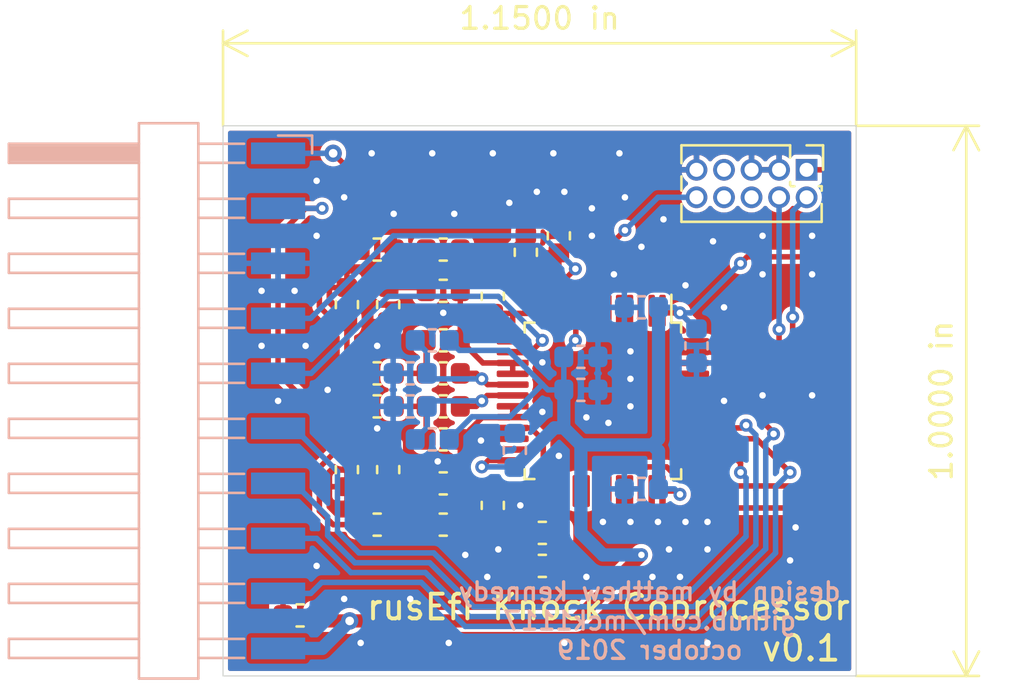
<source format=kicad_pcb>
(kicad_pcb (version 20171130) (host pcbnew "(5.1.4-0-10_14)")
  (layers (0 F.Cu signal) (31 B.Cu signal) (34 B.Paste user hide) (35 F.Paste user hide) (36 B.SilkS user) (37 F.SilkS user) (38 B.Mask user hide) (39 F.Mask user hide) (44 Edge.Cuts user))
  (net 0 "")
  (net 1 O1P)
  (net 2 GND)
  (net 3 O1N)
  (net 4 INPUT_CH1)
  (net 5 O2N)
  (net 6 O2P)
  (net 7 O3P)
  (net 8 O3N)
  (net 9 O4N)
  (net 10 O4P)
  (net 11 +3V3)
  (net 12 "Net-(C8-Pad1)")
  (net 13 "Net-(C10-Pad2)")
  (net 14 SWDIO)
  (net 15 SWDCLK)
  (net 16 NRST)
  (net 17 "Net-(C6-Pad1)")
  (net 18 CS)
  (net 19 SCK)
  (net 20 MISO)
  (net 21 MOSI)
  (net 22 KNOCK_WINDOW)
  (net 23 "Net-(J5-Pad8)")
  (net 24 "Net-(J5-Pad7)")
  (net 25 "Net-(J5-Pad6)")
  (net 26 "Net-(U1-Pad46)")
  (net 27 "Net-(U1-Pad45)")
  (net 28 "Net-(U1-Pad44)")
  (net 29 "Net-(U1-Pad43)")
  (net 30 "Net-(U1-Pad42)")
  (net 31 "Net-(U1-Pad33)")
  (net 32 "Net-(U1-Pad32)")
  (net 33 "Net-(U1-Pad30)")
  (net 34 "Net-(U1-Pad6)")
  (net 35 CLKIN)
  (net 36 "Net-(U1-Pad4)")
  (net 37 "Net-(U1-Pad3)")
  (net 38 "Net-(U1-Pad2)")
  (net 39 "Net-(C101-Pad1)")
  (net 40 "Net-(C102-Pad1)")
  (net 41 "Net-(C104-Pad2)")
  (net 42 "Net-(U1-Pad31)")
  (net 43 "Net-(U1-Pad29)")
  (net 44 "Net-(U1-Pad28)")
  (net 45 INPUT_CH2)
  (net 46 "Net-(U1-Pad27)")
  (net 47 "Net-(U1-Pad22)")
  (net 48 GPIO)
  (module via:via-0.6mm (layer F.Cu) (at 37.846 40.894)
    (fp_text reference REF** hide)
    (fp_text value via-0.6mm hide)
    (pad 1 thru_hole circle (at 0 0) (size 0.8 0.8) (drill 0.3) (layers *.Cu) (net 2 GND))
  )
  (module via:via-0.6mm (layer F.Cu) (at 38.1 34.036)
    (fp_text reference REF** hide)
    (fp_text value via-0.6mm hide)
    (pad 1 thru_hole circle (at 0 0) (size 0.8 0.8) (drill 0.3) (layers *.Cu) (net 2 GND))
  )
  (module via:via-0.6mm (layer F.Cu) (at 30.48 38.1)
    (fp_text reference REF** hide)
    (fp_text value via-0.6mm hide)
    (pad 1 thru_hole circle (at 0 0) (size 0.8 0.8) (drill 0.3) (layers *.Cu) (net 2 GND))
  )
  (module via:via-0.6mm (layer F.Cu) (at 29.718 35.56)
    (fp_text reference REF** hide)
    (fp_text value via-0.6mm hide)
    (pad 1 thru_hole circle (at 0 0) (size 0.8 0.8) (drill 0.3) (layers *.Cu) (net 2 GND))
  )
  (module via:via-0.6mm (layer F.Cu) (at 29.718 33.02)
    (fp_text reference REF** hide)
    (fp_text value via-0.6mm hide)
    (pad 1 thru_hole circle (at 0 0) (size 0.8 0.8) (drill 0.3) (layers *.Cu) (net 2 GND))
  )
  (module via:via-0.6mm (layer F.Cu) (at 31.242 33.02)
    (fp_text reference REF** hide)
    (fp_text value via-0.6mm hide)
    (pad 1 thru_hole circle (at 0 0) (size 0.8 0.8) (drill 0.3) (layers *.Cu) (net 2 GND))
  )
  (module via:via-0.6mm (layer F.Cu) (at 32.258 30.48)
    (fp_text reference REF** hide)
    (fp_text value via-0.6mm hide)
    (pad 1 thru_hole circle (at 0 0) (size 0.8 0.8) (drill 0.3) (layers *.Cu) (net 2 GND))
  )
  (module via:via-0.6mm (layer F.Cu) (at 38.608 29.464)
    (fp_text reference REF** hide)
    (fp_text value via-0.6mm hide)
    (pad 1 thru_hole circle (at 0 0) (size 0.8 0.8) (drill 0.3) (layers *.Cu) (net 2 GND))
  )
  (module via:via-0.6mm (layer F.Cu) (at 35.814 29.464)
    (fp_text reference REF** hide)
    (fp_text value via-0.6mm hide)
    (pad 1 thru_hole circle (at 0 0) (size 0.8 0.8) (drill 0.3) (layers *.Cu) (net 2 GND))
  )
  (module via:via-0.6mm (layer F.Cu) (at 35.052 39.37)
    (fp_text reference REF** hide)
    (fp_text value via-0.6mm hide)
    (pad 1 thru_hole circle (at 0 0) (size 0.8 0.8) (drill 0.3) (layers *.Cu) (net 2 GND))
  )
  (module via:via-0.6mm (layer F.Cu) (at 35.052 35.56)
    (fp_text reference REF** hide)
    (fp_text value via-0.6mm hide)
    (pad 1 thru_hole circle (at 0 0) (size 0.8 0.8) (drill 0.3) (layers *.Cu) (net 2 GND))
  )
  (module via:via-0.6mm (layer F.Cu) (at 32.766 37.592)
    (fp_text reference REF** hide)
    (fp_text value via-0.6mm hide)
    (pad 1 thru_hole circle (at 0 0) (size 0.8 0.8) (drill 0.3) (layers *.Cu) (net 2 GND))
  )
  (module via:via-0.6mm (layer F.Cu) (at 50.546 30.734)
    (fp_text reference REF** hide)
    (fp_text value via-0.6mm hide)
    (pad 1 thru_hole circle (at 0 0) (size 0.8 0.8) (drill 0.3) (layers *.Cu) (net 2 GND))
  )
  (module via:via-0.6mm (layer F.Cu) (at 46.228 26.67)
    (fp_text reference REF** hide)
    (fp_text value via-0.6mm hide)
    (pad 1 thru_hole circle (at 0 0) (size 0.8 0.8) (drill 0.3) (layers *.Cu) (net 2 GND))
  )
  (module via:via-0.6mm (layer F.Cu) (at 43.18 26.67)
    (fp_text reference REF** hide)
    (fp_text value via-0.6mm hide)
    (pad 1 thru_hole circle (at 0 0) (size 0.8 0.8) (drill 0.3) (layers *.Cu) (net 2 GND))
  )
  (module via:via-0.6mm (layer F.Cu) (at 40.386 26.67)
    (fp_text reference REF** hide)
    (fp_text value via-0.6mm hide)
    (pad 1 thru_hole circle (at 0 0) (size 0.8 0.8) (drill 0.3) (layers *.Cu) (net 2 GND))
  )
  (module via:via-0.6mm (layer F.Cu) (at 37.592 26.67)
    (fp_text reference REF** hide)
    (fp_text value via-0.6mm hide)
    (pad 1 thru_hole circle (at 0 0) (size 0.8 0.8) (drill 0.3) (layers *.Cu) (net 2 GND))
  )
  (module via:via-0.6mm (layer F.Cu) (at 34.798 26.67)
    (fp_text reference REF** hide)
    (fp_text value via-0.6mm hide)
    (pad 1 thru_hole circle (at 0 0) (size 0.8 0.8) (drill 0.3) (layers *.Cu) (net 2 GND))
  )
  (module via:via-0.6mm (layer F.Cu) (at 43.688 49.276)
    (fp_text reference REF** hide)
    (fp_text value via-0.6mm hide)
    (pad 1 thru_hole circle (at 0 0) (size 0.8 0.8) (drill 0.3) (layers *.Cu) (net 2 GND))
  )
  (module via:via-0.6mm (layer F.Cu) (at 39.116 45.212)
    (fp_text reference REF** hide)
    (fp_text value via-0.6mm hide)
    (pad 1 thru_hole circle (at 0 0) (size 0.8 0.8) (drill 0.3) (layers *.Cu) (net 2 GND))
  )
  (module via:via-0.6mm (layer F.Cu) (at 40.64 44.958)
    (fp_text reference REF** hide)
    (fp_text value via-0.6mm hide)
    (pad 1 thru_hole circle (at 0 0) (size 0.8 0.8) (drill 0.3) (layers *.Cu) (net 2 GND))
  )
  (module via:via-0.6mm (layer F.Cu) (at 40.132 46.228)
    (fp_text reference REF** hide)
    (fp_text value via-0.6mm hide)
    (pad 1 thru_hole circle (at 0 0) (size 0.8 0.8) (drill 0.3) (layers *.Cu) (net 2 GND))
  )
  (module via:via-0.6mm (layer F.Cu) (at 48.514 44.958)
    (fp_text reference REF** hide)
    (fp_text value via-0.6mm hide)
    (pad 1 thru_hole circle (at 0 0) (size 0.8 0.8) (drill 0.3) (layers *.Cu) (net 2 GND))
  )
  (module via:via-0.6mm (layer F.Cu) (at 55.118 37.846)
    (fp_text reference REF** hide)
    (fp_text value via-0.6mm hide)
    (pad 1 thru_hole circle (at 0 0) (size 0.8 0.8) (drill 0.3) (layers *.Cu) (net 2 GND))
  )
  (module via:via-0.6mm (layer F.Cu) (at 47.244 30.988)
    (fp_text reference REF** hide)
    (fp_text value via-0.6mm hide)
    (pad 1 thru_hole circle (at 0 0) (size 0.8 0.8) (drill 0.3) (layers *.Cu) (net 2 GND))
  )
  (module via:via-0.6mm (layer F.Cu) (at 46.482 28.702)
    (fp_text reference REF** hide)
    (fp_text value via-0.6mm hide)
    (pad 1 thru_hole circle (at 0 0) (size 0.8 0.8) (drill 0.3) (layers *.Cu) (net 2 GND))
  )
  (module via:via-0.6mm (layer F.Cu) (at 48.26 29.718)
    (fp_text reference REF** hide)
    (fp_text value via-0.6mm hide)
    (pad 1 thru_hole circle (at 0 0) (size 0.8 0.8) (drill 0.3) (layers *.Cu) (net 2 GND))
  )
  (module via:via-0.6mm (layer F.Cu) (at 52.832 30.48)
    (fp_text reference REF** hide)
    (fp_text value via-0.6mm hide)
    (pad 1 thru_hole circle (at 0 0) (size 0.8 0.8) (drill 0.3) (layers *.Cu) (net 2 GND))
  )
  (module via:via-0.6mm (layer F.Cu) (at 52.832 32.258)
    (fp_text reference REF** hide)
    (fp_text value via-0.6mm hide)
    (pad 1 thru_hole circle (at 0 0) (size 0.8 0.8) (drill 0.3) (layers *.Cu) (net 2 GND))
  )
  (module via:via-0.6mm (layer F.Cu) (at 55.118 32.258)
    (fp_text reference REF** hide)
    (fp_text value via-0.6mm hide)
    (pad 1 thru_hole circle (at 0 0) (size 0.8 0.8) (drill 0.3) (layers *.Cu) (net 2 GND))
  )
  (module via:via-0.6mm (layer F.Cu) (at 55.118 30.48)
    (fp_text reference REF** hide)
    (fp_text value via-0.6mm hide)
    (pad 1 thru_hole circle (at 0 0) (size 0.8 0.8) (drill 0.3) (layers *.Cu) (net 2 GND))
  )
  (module via:via-0.6mm (layer F.Cu) (at 49.276 32.766)
    (fp_text reference REF** hide)
    (fp_text value via-0.6mm hide)
    (pad 1 thru_hole circle (at 0 0) (size 0.8 0.8) (drill 0.3) (layers *.Cu) (net 2 GND))
  )
  (module via:via-0.6mm (layer F.Cu) (at 51.054 33.782)
    (fp_text reference REF** hide)
    (fp_text value via-0.6mm hide)
    (pad 1 thru_hole circle (at 0 0) (size 0.8 0.8) (drill 0.3) (layers *.Cu) (net 2 GND))
  )
  (module via:via-0.6mm (layer F.Cu) (at 51.054 38.1)
    (fp_text reference REF** hide)
    (fp_text value via-0.6mm hide)
    (pad 1 thru_hole circle (at 0 0) (size 0.8 0.8) (drill 0.3) (layers *.Cu) (net 2 GND))
  )
  (module via:via-0.6mm (layer F.Cu) (at 52.832 37.846)
    (fp_text reference REF** hide)
    (fp_text value via-0.6mm hide)
    (pad 1 thru_hole circle (at 0 0) (size 0.8 0.8) (drill 0.3) (layers *.Cu) (net 2 GND))
  )
  (module via:via-0.6mm (layer F.Cu) (at 54.356 43.942)
    (fp_text reference REF** hide)
    (fp_text value via-0.6mm hide)
    (pad 1 thru_hole circle (at 0 0) (size 0.8 0.8) (drill 0.3) (layers *.Cu) (net 2 GND))
  )
  (module via:via-0.6mm (layer F.Cu) (at 54.102 45.466)
    (fp_text reference REF** hide)
    (fp_text value via-0.6mm hide)
    (pad 1 thru_hole circle (at 0 0) (size 0.8 0.8) (drill 0.3) (layers *.Cu) (net 2 GND))
  )
  (module via:via-0.6mm (layer F.Cu) (at 50.292 49.276)
    (fp_text reference REF** hide)
    (fp_text value via-0.6mm hide)
    (pad 1 thru_hole circle (at 0 0) (size 0.8 0.8) (drill 0.3) (layers *.Cu) (net 2 GND))
  )
  (module via:via-0.6mm (layer F.Cu) (at 38.354 49.276)
    (fp_text reference REF** hide)
    (fp_text value via-0.6mm hide)
    (pad 1 thru_hole circle (at 0 0) (size 0.8 0.8) (drill 0.3) (layers *.Cu) (net 2 GND))
  )
  (module via:via-0.6mm (layer F.Cu) (at 34.29 49.276)
    (fp_text reference REF** hide)
    (fp_text value via-0.6mm hide)
    (pad 1 thru_hole circle (at 0 0) (size 0.8 0.8) (drill 0.3) (layers *.Cu) (net 2 GND))
  )
  (module via:via-0.6mm (layer F.Cu) (at 36.576 47.244)
    (fp_text reference REF** hide)
    (fp_text value via-0.6mm hide)
    (pad 1 thru_hole circle (at 0 0) (size 0.8 0.8) (drill 0.3) (layers *.Cu) (net 2 GND))
  )
  (module via:via-0.6mm (layer F.Cu) (at 33.528 47.244)
    (fp_text reference REF** hide)
    (fp_text value via-0.6mm hide)
    (pad 1 thru_hole circle (at 0 0) (size 0.8 0.8) (drill 0.3) (layers *.Cu) (net 2 GND))
  )
  (module via:via-0.6mm (layer F.Cu) (at 32.258 45.72)
    (fp_text reference REF** hide)
    (fp_text value via-0.6mm hide)
    (pad 1 thru_hole circle (at 0 0) (size 0.8 0.8) (drill 0.3) (layers *.Cu) (net 2 GND))
  )
  (module via:via-0.6mm (layer F.Cu) (at 31.75 35.56)
    (fp_text reference REF** hide)
    (fp_text value via-0.6mm hide)
    (pad 1 thru_hole circle (at 0 0) (size 0.8 0.8) (drill 0.3) (layers *.Cu) (net 2 GND))
  )
  (module via:via-0.6mm (layer F.Cu) (at 32.258 27.94)
    (fp_text reference REF** hide)
    (fp_text value via-0.6mm hide)
    (pad 1 thru_hole circle (at 0 0) (size 0.8 0.8) (drill 0.3) (layers *.Cu) (net 2 GND))
  )
  (module via:via-0.6mm (layer F.Cu) (at 33.528 28.702)
    (fp_text reference REF** hide)
    (fp_text value via-0.6mm hide)
    (pad 1 thru_hole circle (at 0 0) (size 0.8 0.8) (drill 0.3) (layers *.Cu) (net 2 GND))
  )
  (module via:via-0.6mm (layer F.Cu) (at 42.672 36.322)
    (fp_text reference REF** hide)
    (fp_text value via-0.6mm hide)
    (pad 1 thru_hole circle (at 0 0) (size 0.8 0.8) (drill 0.3) (layers *.Cu) (net 2 GND))
  )
  (module via:via-0.6mm (layer F.Cu) (at 42.672 38.608)
    (fp_text reference REF** hide)
    (fp_text value via-0.6mm hide)
    (pad 1 thru_hole circle (at 0 0) (size 0.8 0.8) (drill 0.3) (layers *.Cu) (net 2 GND))
  )
  (module via:via-0.6mm (layer F.Cu) (at 41.656 42.926)
    (fp_text reference REF** hide)
    (fp_text value via-0.6mm hide)
    (pad 1 thru_hole circle (at 0 0) (size 0.8 0.8) (drill 0.3) (layers *.Cu) (net 2 GND))
  )
  (module via:via-0.6mm (layer F.Cu) (at 44.704 46.228)
    (fp_text reference REF** hide)
    (fp_text value via-0.6mm hide)
    (pad 1 thru_hole circle (at 0 0) (size 0.8 0.8) (drill 0.3) (layers *.Cu) (net 2 GND))
  )
  (module via:via-0.6mm (layer F.Cu) (at 47.752 46.228)
    (fp_text reference REF** hide)
    (fp_text value via-0.6mm hide)
    (pad 1 thru_hole circle (at 0 0) (size 0.8 0.8) (drill 0.3) (layers *.Cu) (net 2 GND))
  )
  (module via:via-0.6mm (layer F.Cu) (at 49.022 46.228)
    (fp_text reference REF** hide)
    (fp_text value via-0.6mm hide)
    (pad 1 thru_hole circle (at 0 0) (size 0.8 0.8) (drill 0.3) (layers *.Cu) (net 2 GND))
  )
  (module via:via-0.6mm (layer F.Cu) (at 50.292 44.958)
    (fp_text reference REF** hide)
    (fp_text value via-0.6mm hide)
    (pad 1 thru_hole circle (at 0 0) (size 0.8 0.8) (drill 0.3) (layers *.Cu) (net 2 GND))
  )
  (module via:via-0.6mm (layer F.Cu) (at 50.292 43.688)
    (fp_text reference REF** hide)
    (fp_text value via-0.6mm hide)
    (pad 1 thru_hole circle (at 0 0) (size 0.8 0.8) (drill 0.3) (layers *.Cu) (net 2 GND))
  )
  (module via:via-0.6mm (layer F.Cu) (at 49.276 43.688)
    (fp_text reference REF** hide)
    (fp_text value via-0.6mm hide)
    (pad 1 thru_hole circle (at 0 0) (size 0.8 0.8) (drill 0.3) (layers *.Cu) (net 2 GND))
  )
  (module via:via-0.6mm (layer F.Cu) (at 48.006 43.688)
    (fp_text reference REF** hide)
    (fp_text value via-0.6mm hide)
    (pad 1 thru_hole circle (at 0 0) (size 0.8 0.8) (drill 0.3) (layers *.Cu) (net 2 GND))
  )
  (module via:via-0.6mm (layer F.Cu) (at 46.736 43.688)
    (fp_text reference REF** hide)
    (fp_text value via-0.6mm hide)
    (pad 1 thru_hole circle (at 0 0) (size 0.8 0.8) (drill 0.3) (layers *.Cu) (net 2 GND))
  )
  (module via:via-0.6mm (layer F.Cu) (at 45.466 43.688)
    (fp_text reference REF** hide)
    (fp_text value via-0.6mm hide)
    (pad 1 thru_hole circle (at 0 0) (size 0.8 0.8) (drill 0.3) (layers *.Cu) (net 2 GND))
  )
  (module via:via-0.6mm (layer F.Cu) (at 43.434 40.64)
    (fp_text reference REF** hide)
    (fp_text value via-0.6mm hide)
    (pad 1 thru_hole circle (at 0 0) (size 0.8 0.8) (drill 0.3) (layers *.Cu) (net 2 GND))
  )
  (module via:via-0.6mm (layer F.Cu) (at 44.704 38.862)
    (fp_text reference REF** hide)
    (fp_text value via-0.6mm hide)
    (pad 1 thru_hole circle (at 0 0) (size 0.8 0.8) (drill 0.3) (layers *.Cu) (net 2 GND))
  )
  (module via:via-0.6mm (layer F.Cu) (at 45.72 39.116)
    (fp_text reference REF** hide)
    (fp_text value via-0.6mm hide)
    (pad 1 thru_hole circle (at 0 0) (size 0.8 0.8) (drill 0.3) (layers *.Cu) (net 2 GND))
  )
  (module via:via-0.6mm (layer F.Cu) (at 46.736 38.354)
    (fp_text reference REF** hide)
    (fp_text value via-0.6mm hide)
    (pad 1 thru_hole circle (at 0 0) (size 0.8 0.8) (drill 0.3) (layers *.Cu) (net 2 GND))
  )
  (module via:via-0.6mm (layer F.Cu) (at 46.736 37.084)
    (fp_text reference REF** hide)
    (fp_text value via-0.6mm hide)
    (pad 1 thru_hole circle (at 0 0) (size 0.8 0.8) (drill 0.3) (layers *.Cu) (net 2 GND))
  )
  (module via:via-0.6mm (layer F.Cu) (at 46.736 35.814)
    (fp_text reference REF** hide)
    (fp_text value via-0.6mm hide)
    (pad 1 thru_hole circle (at 0 0) (size 0.8 0.8) (drill 0.3) (layers *.Cu) (net 2 GND))
  )
  (module via:via-0.6mm (layer F.Cu) (at 43.688 28.448)
    (fp_text reference REF** hide)
    (fp_text value via-0.6mm hide)
    (pad 1 thru_hole circle (at 0 0) (size 0.8 0.8) (drill 0.3) (layers *.Cu) (net 2 GND))
  )
  (module via:via-0.6mm (layer F.Cu) (at 44.958 29.21)
    (fp_text reference REF** hide)
    (fp_text value via-0.6mm hide)
    (pad 1 thru_hole circle (at 0 0) (size 0.8 0.8) (drill 0.3) (layers *.Cu) (net 2 GND))
  )
  (module via:via-0.6mm (layer F.Cu) (at 44.958 30.48)
    (fp_text reference REF** hide)
    (fp_text value via-0.6mm hide)
    (pad 1 thru_hole circle (at 0 0) (size 0.8 0.8) (drill 0.3) (layers *.Cu) (net 2 GND))
  )
  (module via:via-0.6mm (layer F.Cu) (at 45.974 32.258)
    (fp_text reference REF** hide)
    (fp_text value via-0.6mm hide)
    (pad 1 thru_hole circle (at 0 0) (size 0.8 0.8) (drill 0.3) (layers *.Cu) (net 2 GND))
  )
  (module via:via-0.6mm (layer F.Cu) (at 42.418 28.448)
    (fp_text reference REF** hide)
    (fp_text value via-0.6mm hide)
    (pad 1 thru_hole circle (at 0 0) (size 0.8 0.8) (drill 0.3) (layers *.Cu) (net 2 GND))
  )
  (module via:via-0.6mm (layer F.Cu) (at 41.148 28.956)
    (fp_text reference REF** hide)
    (fp_text value via-0.6mm hide)
    (pad 1 thru_hole circle (at 0 0) (size 0.8 0.8) (drill 0.3) (layers *.Cu) (net 2 GND))
  )
  (module Capacitor_SMD:C_0603_1608Metric (layer F.Cu) (at 38.1 38.354 180)
    (fp_text reference C103 hide)
    (fp_text value 10n)
    (pad 2 smd roundrect (at 0.7875 0 180) (size 0.875 0.95) (layers F.Cu F.Paste F.Mask) (net 40 "Net-(C102-Pad1)"))
    (pad 1 smd roundrect (at -0.7875 0 180) (size 0.875 0.95) (layers F.Cu F.Paste F.Mask) (net 7 O3P))
  )
  (module Package_QFP:LQFP-48_7x7mm_P0.5mm (layer F.Cu) (at 45.466 38.1 270)
    (fp_text reference U1 hide)
    (fp_text value STM32F303CBTx)
    (pad 48 smd roundrect (at -2.75 -4.1625 270) (size 0.3 1.475) (layers F.Cu F.Paste F.Mask) (net 11 +3V3))
    (pad 47 smd roundrect (at -2.25 -4.1625 270) (size 0.3 1.475) (layers F.Cu F.Paste F.Mask) (net 2 GND))
    (pad 46 smd roundrect (at -1.75 -4.1625 270) (size 0.3 1.475) (layers F.Cu F.Paste F.Mask) (net 26 "Net-(U1-Pad46)"))
    (pad 45 smd roundrect (at -1.25 -4.1625 270) (size 0.3 1.475) (layers F.Cu F.Paste F.Mask) (net 27 "Net-(U1-Pad45)"))
    (pad 44 smd roundrect (at -0.75 -4.1625 270) (size 0.3 1.475) (layers F.Cu F.Paste F.Mask) (net 28 "Net-(U1-Pad44)"))
    (pad 43 smd roundrect (at -0.25 -4.1625 270) (size 0.3 1.475) (layers F.Cu F.Paste F.Mask) (net 29 "Net-(U1-Pad43)"))
    (pad 42 smd roundrect (at 0.25 -4.1625 270) (size 0.3 1.475) (layers F.Cu F.Paste F.Mask) (net 30 "Net-(U1-Pad42)"))
    (pad 41 smd roundrect (at 0.75 -4.1625 270) (size 0.3 1.475) (layers F.Cu F.Paste F.Mask) (net 21 MOSI))
    (pad 40 smd roundrect (at 1.25 -4.1625 270) (size 0.3 1.475) (layers F.Cu F.Paste F.Mask) (net 20 MISO))
    (pad 39 smd roundrect (at 1.75 -4.1625 270) (size 0.3 1.475) (layers F.Cu F.Paste F.Mask) (net 19 SCK))
    (pad 38 smd roundrect (at 2.25 -4.1625 270) (size 0.3 1.475) (layers F.Cu F.Paste F.Mask) (net 18 CS))
    (pad 37 smd roundrect (at 2.75 -4.1625 270) (size 0.3 1.475) (layers F.Cu F.Paste F.Mask) (net 15 SWDCLK))
    (pad 36 smd roundrect (at 4.1625 -2.75 270) (size 1.475 0.3) (layers F.Cu F.Paste F.Mask) (net 11 +3V3))
    (pad 35 smd roundrect (at 4.1625 -2.25 270) (size 1.475 0.3) (layers F.Cu F.Paste F.Mask) (net 2 GND))
    (pad 34 smd roundrect (at 4.1625 -1.75 270) (size 1.475 0.3) (layers F.Cu F.Paste F.Mask) (net 14 SWDIO))
    (pad 33 smd roundrect (at 4.1625 -1.25 270) (size 1.475 0.3) (layers F.Cu F.Paste F.Mask) (net 31 "Net-(U1-Pad33)"))
    (pad 32 smd roundrect (at 4.1625 -0.75 270) (size 1.475 0.3) (layers F.Cu F.Paste F.Mask) (net 32 "Net-(U1-Pad32)"))
    (pad 31 smd roundrect (at 4.1625 -0.25 270) (size 1.475 0.3) (layers F.Cu F.Paste F.Mask) (net 42 "Net-(U1-Pad31)"))
    (pad 30 smd roundrect (at 4.1625 0.25 270) (size 1.475 0.3) (layers F.Cu F.Paste F.Mask) (net 33 "Net-(U1-Pad30)"))
    (pad 29 smd roundrect (at 4.1625 0.75 270) (size 1.475 0.3) (layers F.Cu F.Paste F.Mask) (net 43 "Net-(U1-Pad29)"))
    (pad 28 smd roundrect (at 4.1625 1.25 270) (size 1.475 0.3) (layers F.Cu F.Paste F.Mask) (net 44 "Net-(U1-Pad28)"))
    (pad 27 smd roundrect (at 4.1625 1.75 270) (size 1.475 0.3) (layers F.Cu F.Paste F.Mask) (net 46 "Net-(U1-Pad27)"))
    (pad 26 smd roundrect (at 4.1625 2.25 270) (size 1.475 0.3) (layers F.Cu F.Paste F.Mask) (net 10 O4P))
    (pad 25 smd roundrect (at 4.1625 2.75 270) (size 1.475 0.3) (layers F.Cu F.Paste F.Mask) (net 9 O4N))
    (pad 24 smd roundrect (at 2.75 4.1625 270) (size 0.3 1.475) (layers F.Cu F.Paste F.Mask) (net 11 +3V3))
    (pad 23 smd roundrect (at 2.25 4.1625 270) (size 0.3 1.475) (layers F.Cu F.Paste F.Mask) (net 2 GND))
    (pad 22 smd roundrect (at 1.75 4.1625 270) (size 0.3 1.475) (layers F.Cu F.Paste F.Mask) (net 47 "Net-(U1-Pad22)"))
    (pad 21 smd roundrect (at 1.25 4.1625 270) (size 0.3 1.475) (layers F.Cu F.Paste F.Mask) (net 9 O4N))
    (pad 20 smd roundrect (at 0.75 4.1625 270) (size 0.3 1.475) (layers F.Cu F.Paste F.Mask) (net 8 O3N))
    (pad 19 smd roundrect (at 0.25 4.1625 270) (size 0.3 1.475) (layers F.Cu F.Paste F.Mask) (net 8 O3N))
    (pad 18 smd roundrect (at -0.25 4.1625 270) (size 0.3 1.475) (layers F.Cu F.Paste F.Mask) (net 7 O3P))
    (pad 17 smd roundrect (at -0.75 4.1625 270) (size 0.3 1.475) (layers F.Cu F.Paste F.Mask) (net 6 O2P))
    (pad 16 smd roundrect (at -1.25 4.1625 270) (size 0.3 1.475) (layers F.Cu F.Paste F.Mask) (net 5 O2N))
    (pad 15 smd roundrect (at -1.75 4.1625 270) (size 0.3 1.475) (layers F.Cu F.Paste F.Mask) (net 5 O2N))
    (pad 14 smd roundrect (at -2.25 4.1625 270) (size 0.3 1.475) (layers F.Cu F.Paste F.Mask) (net 22 KNOCK_WINDOW))
    (pad 13 smd roundrect (at -2.75 4.1625 270) (size 0.3 1.475) (layers F.Cu F.Paste F.Mask) (net 3 O1N))
    (pad 12 smd roundrect (at -4.1625 2.75 270) (size 1.475 0.3) (layers F.Cu F.Paste F.Mask) (net 3 O1N))
    (pad 11 smd roundrect (at -4.1625 2.25 270) (size 1.475 0.3) (layers F.Cu F.Paste F.Mask) (net 1 O1P))
    (pad 10 smd roundrect (at -4.1625 1.75 270) (size 1.475 0.3) (layers F.Cu F.Paste F.Mask) (net 48 GPIO))
    (pad 9 smd roundrect (at -4.1625 1.25 270) (size 1.475 0.3) (layers F.Cu F.Paste F.Mask) (net 11 +3V3))
    (pad 8 smd roundrect (at -4.1625 0.75 270) (size 1.475 0.3) (layers F.Cu F.Paste F.Mask) (net 2 GND))
    (pad 7 smd roundrect (at -4.1625 0.25 270) (size 1.475 0.3) (layers F.Cu F.Paste F.Mask) (net 16 NRST))
    (pad 6 smd roundrect (at -4.1625 -0.25 270) (size 1.475 0.3) (layers F.Cu F.Paste F.Mask) (net 34 "Net-(U1-Pad6)"))
    (pad 5 smd roundrect (at -4.1625 -0.75 270) (size 1.475 0.3) (layers F.Cu F.Paste F.Mask) (net 35 CLKIN))
    (pad 4 smd roundrect (at -4.1625 -1.25 270) (size 1.475 0.3) (layers F.Cu F.Paste F.Mask) (net 36 "Net-(U1-Pad4)"))
    (pad 3 smd roundrect (at -4.1625 -1.75 270) (size 1.475 0.3) (layers F.Cu F.Paste F.Mask) (net 37 "Net-(U1-Pad3)"))
    (pad 2 smd roundrect (at -4.1625 -2.25 270) (size 1.475 0.3) (layers F.Cu F.Paste F.Mask) (net 38 "Net-(U1-Pad2)"))
    (pad 1 smd roundrect (at -4.1625 -2.75 270) (size 1.475 0.3) (layers F.Cu F.Paste F.Mask) (net 11 +3V3))
  )
  (module Resistor_SMD:R_0603_1608Metric (layer B.Cu) (at 37.592 39.878)
    (fp_text reference R107 hide)
    (fp_text value 22k)
    (pad 2 smd roundrect (at 0.7875 0) (size 0.875 0.95) (layers B.Cu B.Paste B.Mask) (net 11 +3V3))
    (pad 1 smd roundrect (at -0.7875 0) (size 0.875 0.95) (layers B.Cu B.Paste B.Mask) (net 7 O3P))
  )
  (module Resistor_SMD:R_0603_1608Metric (layer B.Cu) (at 36.576 38.354 180)
    (fp_text reference R106 hide)
    (fp_text value 22k)
    (pad 2 smd roundrect (at 0.7875 0 180) (size 0.875 0.95) (layers B.Cu B.Paste B.Mask) (net 2 GND))
    (pad 1 smd roundrect (at -0.7875 0 180) (size 0.875 0.95) (layers B.Cu B.Paste B.Mask) (net 7 O3P))
  )
  (module Resistor_SMD:R_0603_1608Metric (layer F.Cu) (at 35.052 43.815)
    (fp_text reference R105 hide)
    (fp_text value 100k)
    (pad 2 smd roundrect (at 0.7875 0) (size 0.875 0.95) (layers F.Cu F.Paste F.Mask) (net 2 GND))
    (pad 1 smd roundrect (at -0.7875 0) (size 0.875 0.95) (layers F.Cu F.Paste F.Mask) (net 45 INPUT_CH2))
  )
  (module Resistor_SMD:R_0603_1608Metric (layer F.Cu) (at 42.672 44.196 180)
    (fp_text reference R104 hide)
    (fp_text value 2.2k)
    (pad 2 smd roundrect (at 0.7875 0 180) (size 0.875 0.95) (layers F.Cu F.Paste F.Mask) (net 39 "Net-(C101-Pad1)"))
    (pad 1 smd roundrect (at -0.7875 0 180) (size 0.875 0.95) (layers F.Cu F.Paste F.Mask) (net 10 O4P))
  )
  (module Resistor_SMD:R_0603_1608Metric (layer F.Cu) (at 38.1 43.815 180)
    (fp_text reference R103 hide)
    (fp_text value 2.2k)
    (pad 2 smd roundrect (at 0.7875 0 180) (size 0.875 0.95) (layers F.Cu F.Paste F.Mask) (net 41 "Net-(C104-Pad2)"))
    (pad 1 smd roundrect (at -0.7875 0 180) (size 0.875 0.95) (layers F.Cu F.Paste F.Mask) (net 39 "Net-(C101-Pad1)"))
  )
  (module Resistor_SMD:R_0603_1608Metric (layer F.Cu) (at 38.1 41.91)
    (fp_text reference R102 hide)
    (fp_text value 1k)
    (pad 2 smd roundrect (at 0.7875 0) (size 0.875 0.95) (layers F.Cu F.Paste F.Mask) (net 8 O3N))
    (pad 1 smd roundrect (at -0.7875 0) (size 0.875 0.95) (layers F.Cu F.Paste F.Mask) (net 41 "Net-(C104-Pad2)"))
  )
  (module Resistor_SMD:R_0603_1608Metric (layer F.Cu) (at 38.1 39.878 180)
    (fp_text reference R101 hide)
    (fp_text value 4.7k)
    (pad 2 smd roundrect (at 0.7875 0 180) (size 0.875 0.95) (layers F.Cu F.Paste F.Mask) (net 40 "Net-(C102-Pad1)"))
    (pad 1 smd roundrect (at -0.7875 0 180) (size 0.875 0.95) (layers F.Cu F.Paste F.Mask) (net 8 O3N))
  )
  (module Resistor_SMD:R_0603_1608Metric (layer B.Cu) (at 37.592 35.306)
    (fp_text reference R7 hide)
    (fp_text value 22k)
    (pad 2 smd roundrect (at 0.7875 0) (size 0.875 0.95) (layers B.Cu B.Paste B.Mask) (net 11 +3V3))
    (pad 1 smd roundrect (at -0.7875 0) (size 0.875 0.95) (layers B.Cu B.Paste B.Mask) (net 6 O2P))
  )
  (module Resistor_SMD:R_0603_1608Metric (layer B.Cu) (at 36.576 36.83 180)
    (fp_text reference R6 hide)
    (fp_text value 22k)
    (pad 2 smd roundrect (at 0.7875 0 180) (size 0.875 0.95) (layers B.Cu B.Paste B.Mask) (net 2 GND))
    (pad 1 smd roundrect (at -0.7875 0 180) (size 0.875 0.95) (layers B.Cu B.Paste B.Mask) (net 6 O2P))
  )
  (module Resistor_SMD:R_0603_1608Metric (layer F.Cu) (at 35.052 31.115)
    (fp_text reference R5 hide)
    (fp_text value 100k)
    (pad 2 smd roundrect (at 0.7875 0) (size 0.875 0.95) (layers F.Cu F.Paste F.Mask) (net 2 GND))
    (pad 1 smd roundrect (at -0.7875 0) (size 0.875 0.95) (layers F.Cu F.Paste F.Mask) (net 4 INPUT_CH1))
  )
  (module Resistor_SMD:R_0603_1608Metric (layer F.Cu) (at 41.91 31.242 90)
    (fp_text reference R4 hide)
    (fp_text value 2.2k)
    (pad 2 smd roundrect (at 0.7875 0 90) (size 0.875 0.95) (layers F.Cu F.Paste F.Mask) (net 17 "Net-(C6-Pad1)"))
    (pad 1 smd roundrect (at -0.7875 0 90) (size 0.875 0.95) (layers F.Cu F.Paste F.Mask) (net 1 O1P))
  )
  (module Resistor_SMD:R_0603_1608Metric (layer F.Cu) (at 38.1 31.115 180)
    (fp_text reference R3 hide)
    (fp_text value 2.2k)
    (pad 2 smd roundrect (at 0.7875 0 180) (size 0.875 0.95) (layers F.Cu F.Paste F.Mask) (net 13 "Net-(C10-Pad2)"))
    (pad 1 smd roundrect (at -0.7875 0 180) (size 0.875 0.95) (layers F.Cu F.Paste F.Mask) (net 17 "Net-(C6-Pad1)"))
  )
  (module Resistor_SMD:R_0603_1608Metric (layer F.Cu) (at 38.1 33.02)
    (fp_text reference R2 hide)
    (fp_text value 1k)
    (pad 2 smd roundrect (at 0.7875 0) (size 0.875 0.95) (layers F.Cu F.Paste F.Mask) (net 5 O2N))
    (pad 1 smd roundrect (at -0.7875 0) (size 0.875 0.95) (layers F.Cu F.Paste F.Mask) (net 13 "Net-(C10-Pad2)"))
  )
  (module Resistor_SMD:R_0603_1608Metric (layer F.Cu) (at 38.1 35.306 180)
    (fp_text reference R1 hide)
    (fp_text value 4.7k)
    (pad 2 smd roundrect (at 0.7875 0 180) (size 0.875 0.95) (layers F.Cu F.Paste F.Mask) (net 12 "Net-(C8-Pad1)"))
    (pad 1 smd roundrect (at -0.7875 0 180) (size 0.875 0.95) (layers F.Cu F.Paste F.Mask) (net 5 O2N))
  )
  (module Connector_Harwin:Harwin_M20-89010xx_1x10_P2.54mm_Horizontal (layer B.Cu) (at 24.955 38.1 180)
    (fp_text reference J103 hide)
    (fp_text value Conn_01x10)
    (pad 1 smd rect (at -5.525 11.43 180) (size 2.5 1) (layers B.Cu B.Paste B.Mask) (net 4 INPUT_CH1))
    (pad 2 smd rect (at -5.525 8.89 180) (size 2.5 1) (layers B.Cu B.Paste B.Mask) (net 45 INPUT_CH2))
    (pad 3 smd rect (at -5.525 6.35 180) (size 2.5 1) (layers B.Cu B.Paste B.Mask) (net 2 GND))
    (pad 4 smd rect (at -5.525 3.81 180) (size 2.5 1) (layers B.Cu B.Paste B.Mask) (net 48 GPIO))
    (pad 5 smd rect (at -5.525 1.27 180) (size 2.5 1) (layers B.Cu B.Paste B.Mask) (net 22 KNOCK_WINDOW))
    (pad 6 smd rect (at -5.525 -1.27 180) (size 2.5 1) (layers B.Cu B.Paste B.Mask) (net 18 CS))
    (pad 7 smd rect (at -5.525 -3.81 180) (size 2.5 1) (layers B.Cu B.Paste B.Mask) (net 20 MISO))
    (pad 8 smd rect (at -5.525 -6.35 180) (size 2.5 1) (layers B.Cu B.Paste B.Mask) (net 21 MOSI))
    (pad 9 smd rect (at -5.525 -8.89 180) (size 2.5 1) (layers B.Cu B.Paste B.Mask) (net 19 SCK))
    (pad 10 smd rect (at -5.525 -11.43 180) (size 2.5 1) (layers B.Cu B.Paste B.Mask) (net 11 +3V3))
    (pad "" smd rect (at 3.895 11.43 180) (size 6 0.76) (layers B.SilkS))
  )
  (module Connector_PinHeader_1.27mm:PinHeader_2x05_P1.27mm_Vertical (layer F.Cu) (at 54.864 27.432 270)
    (fp_text reference J5 hide)
    (fp_text value Conn_02x05_Odd_Even)
    (pad 10 thru_hole oval (at 1.27 5.08 270) (size 1 1) (drill 0.65) (layers *.Cu *.Mask) (net 16 NRST))
    (pad 9 thru_hole oval (at 0 5.08 270) (size 1 1) (drill 0.65) (layers *.Cu *.Mask) (net 2 GND))
    (pad 8 thru_hole oval (at 1.27 3.81 270) (size 1 1) (drill 0.65) (layers *.Cu *.Mask) (net 23 "Net-(J5-Pad8)"))
    (pad 7 thru_hole oval (at 0 3.81 270) (size 1 1) (drill 0.65) (layers *.Cu *.Mask) (net 24 "Net-(J5-Pad7)"))
    (pad 6 thru_hole oval (at 1.27 2.54 270) (size 1 1) (drill 0.65) (layers *.Cu *.Mask) (net 25 "Net-(J5-Pad6)"))
    (pad 5 thru_hole oval (at 0 2.54 270) (size 1 1) (drill 0.65) (layers *.Cu *.Mask) (net 2 GND))
    (pad 4 thru_hole oval (at 1.27 1.27 270) (size 1 1) (drill 0.65) (layers *.Cu *.Mask) (net 15 SWDCLK))
    (pad 3 thru_hole oval (at 0 1.27 270) (size 1 1) (drill 0.65) (layers *.Cu *.Mask) (net 2 GND))
    (pad 2 thru_hole oval (at 1.27 0 270) (size 1 1) (drill 0.65) (layers *.Cu *.Mask) (net 14 SWDIO))
    (pad 1 thru_hole rect (at 0 0 270) (size 1 1) (drill 0.65) (layers *.Cu *.Mask) (net 11 +3V3))
  )
  (module Capacitor_SMD:C_0603_1608Metric (layer F.Cu) (at 33.655 41.275 270)
    (fp_text reference C106 hide)
    (fp_text value 4.7n)
    (pad 2 smd roundrect (at 0.7875 0 270) (size 0.875 0.95) (layers F.Cu F.Paste F.Mask) (net 2 GND))
    (pad 1 smd roundrect (at -0.7875 0 270) (size 0.875 0.95) (layers F.Cu F.Paste F.Mask) (net 45 INPUT_CH2))
  )
  (module Capacitor_SMD:C_0603_1608Metric (layer F.Cu) (at 42.672 45.72)
    (fp_text reference C105 hide)
    (fp_text value 680p)
    (pad 2 smd roundrect (at 0.7875 0) (size 0.875 0.95) (layers F.Cu F.Paste F.Mask) (net 10 O4P))
    (pad 1 smd roundrect (at -0.7875 0) (size 0.875 0.95) (layers F.Cu F.Paste F.Mask) (net 2 GND))
  )
  (module Capacitor_SMD:C_0603_1608Metric (layer F.Cu) (at 35.56 41.275 270)
    (fp_text reference C104 hide)
    (fp_text value 10n)
    (pad 2 smd roundrect (at 0.7875 0 270) (size 0.875 0.95) (layers F.Cu F.Paste F.Mask) (net 41 "Net-(C104-Pad2)"))
    (pad 1 smd roundrect (at -0.7875 0 270) (size 0.875 0.95) (layers F.Cu F.Paste F.Mask) (net 2 GND))
  )
  (module Capacitor_SMD:C_0603_1608Metric (layer F.Cu) (at 35.052 38.354 180)
    (fp_text reference C102 hide)
    (fp_text value 10n)
    (pad 2 smd roundrect (at 0.7875 0 180) (size 0.875 0.95) (layers F.Cu F.Paste F.Mask) (net 45 INPUT_CH2))
    (pad 1 smd roundrect (at -0.7875 0 180) (size 0.875 0.95) (layers F.Cu F.Paste F.Mask) (net 40 "Net-(C102-Pad1)"))
  )
  (module Capacitor_SMD:C_0603_1608Metric (layer F.Cu) (at 40.386 42.926 90)
    (fp_text reference C101 hide)
    (fp_text value 10n)
    (pad 2 smd roundrect (at 0.7875 0 90) (size 0.875 0.95) (layers F.Cu F.Paste F.Mask) (net 9 O4N))
    (pad 1 smd roundrect (at -0.7875 0 90) (size 0.875 0.95) (layers F.Cu F.Paste F.Mask) (net 39 "Net-(C101-Pad1)"))
  )
  (module Capacitor_SMD:C_0603_1608Metric (layer F.Cu) (at 31.496 48.006 180)
    (fp_text reference C17 hide)
    (fp_text value 4.7u)
    (pad 2 smd roundrect (at 0.7875 0 180) (size 0.875 0.95) (layers F.Cu F.Paste F.Mask) (net 2 GND))
    (pad 1 smd roundrect (at -0.7875 0 180) (size 0.875 0.95) (layers F.Cu F.Paste F.Mask) (net 11 +3V3))
  )
  (module Capacitor_SMD:C_0603_1608Metric (layer F.Cu) (at 33.655 33.655 90)
    (fp_text reference C12 hide)
    (fp_text value 4.7n)
    (pad 2 smd roundrect (at 0.7875 0 90) (size 0.875 0.95) (layers F.Cu F.Paste F.Mask) (net 2 GND))
    (pad 1 smd roundrect (at -0.7875 0 90) (size 0.875 0.95) (layers F.Cu F.Paste F.Mask) (net 4 INPUT_CH1))
  )
  (module Capacitor_SMD:C_0603_1608Metric (layer F.Cu) (at 43.434 30.48 270)
    (fp_text reference C11 hide)
    (fp_text value 680p)
    (pad 2 smd roundrect (at 0.7875 0 270) (size 0.875 0.95) (layers F.Cu F.Paste F.Mask) (net 1 O1P))
    (pad 1 smd roundrect (at -0.7875 0 270) (size 0.875 0.95) (layers F.Cu F.Paste F.Mask) (net 2 GND))
  )
  (module Capacitor_SMD:C_0603_1608Metric (layer F.Cu) (at 35.56 33.655 90)
    (fp_text reference C10 hide)
    (fp_text value 10n)
    (pad 2 smd roundrect (at 0.7875 0 90) (size 0.875 0.95) (layers F.Cu F.Paste F.Mask) (net 13 "Net-(C10-Pad2)"))
    (pad 1 smd roundrect (at -0.7875 0 90) (size 0.875 0.95) (layers F.Cu F.Paste F.Mask) (net 2 GND))
  )
  (module Capacitor_SMD:C_0603_1608Metric (layer F.Cu) (at 38.1 36.83 180)
    (fp_text reference C9 hide)
    (fp_text value 10n)
    (pad 2 smd roundrect (at 0.7875 0 180) (size 0.875 0.95) (layers F.Cu F.Paste F.Mask) (net 12 "Net-(C8-Pad1)"))
    (pad 1 smd roundrect (at -0.7875 0 180) (size 0.875 0.95) (layers F.Cu F.Paste F.Mask) (net 6 O2P))
  )
  (module Capacitor_SMD:C_0603_1608Metric (layer F.Cu) (at 35.052 36.83 180)
    (fp_text reference C8 hide)
    (fp_text value 10n)
    (pad 2 smd roundrect (at 0.7875 0 180) (size 0.875 0.95) (layers F.Cu F.Paste F.Mask) (net 4 INPUT_CH1))
    (pad 1 smd roundrect (at -0.7875 0 180) (size 0.875 0.95) (layers F.Cu F.Paste F.Mask) (net 12 "Net-(C8-Pad1)"))
  )
  (module Capacitor_SMD:C_0603_1608Metric (layer B.Cu) (at 44.45 37.592)
    (fp_text reference C7 hide)
    (fp_text value 1u)
    (pad 2 smd roundrect (at 0.7875 0) (size 0.875 0.95) (layers B.Cu B.Paste B.Mask) (net 2 GND))
    (pad 1 smd roundrect (at -0.7875 0) (size 0.875 0.95) (layers B.Cu B.Paste B.Mask) (net 11 +3V3))
  )
  (module Capacitor_SMD:C_0603_1608Metric (layer F.Cu) (at 40.386 33.274 270)
    (fp_text reference C6 hide)
    (fp_text value 10n)
    (pad 2 smd roundrect (at 0.7875 0 270) (size 0.875 0.95) (layers F.Cu F.Paste F.Mask) (net 3 O1N))
    (pad 1 smd roundrect (at -0.7875 0 270) (size 0.875 0.95) (layers F.Cu F.Paste F.Mask) (net 17 "Net-(C6-Pad1)"))
  )
  (module Capacitor_SMD:C_0603_1608Metric (layer B.Cu) (at 44.45 36.068)
    (fp_text reference C5 hide)
    (fp_text value 10n)
    (pad 2 smd roundrect (at 0.7875 0) (size 0.875 0.95) (layers B.Cu B.Paste B.Mask) (net 2 GND))
    (pad 1 smd roundrect (at -0.7875 0) (size 0.875 0.95) (layers B.Cu B.Paste B.Mask) (net 11 +3V3))
  )
  (module Capacitor_SMD:C_0603_1608Metric (layer B.Cu) (at 41.402 40.386 90)
    (fp_text reference C4 hide)
    (fp_text value 100n)
    (pad 2 smd roundrect (at 0.7875 0 90) (size 0.875 0.95) (layers B.Cu B.Paste B.Mask) (net 2 GND))
    (pad 1 smd roundrect (at -0.7875 0 90) (size 0.875 0.95) (layers B.Cu B.Paste B.Mask) (net 11 +3V3))
  )
  (module Capacitor_SMD:C_0603_1608Metric (layer B.Cu) (at 47.244 42.164 180)
    (fp_text reference C3 hide)
    (fp_text value 100n)
    (pad 2 smd roundrect (at 0.7875 0 180) (size 0.875 0.95) (layers B.Cu B.Paste B.Mask) (net 2 GND))
    (pad 1 smd roundrect (at -0.7875 0 180) (size 0.875 0.95) (layers B.Cu B.Paste B.Mask) (net 11 +3V3))
  )
  (module Capacitor_SMD:C_0603_1608Metric (layer B.Cu) (at 49.784 35.56 270)
    (fp_text reference C2 hide)
    (fp_text value 100n)
    (pad 2 smd roundrect (at 0.7875 0 270) (size 0.875 0.95) (layers B.Cu B.Paste B.Mask) (net 2 GND))
    (pad 1 smd roundrect (at -0.7875 0 270) (size 0.875 0.95) (layers B.Cu B.Paste B.Mask) (net 11 +3V3))
  )
  (module Capacitor_SMD:C_0603_1608Metric (layer B.Cu) (at 47.244 33.782 180)
    (fp_text reference C1 hide)
    (fp_text value 100n)
    (pad 2 smd roundrect (at 0.7875 0 180) (size 0.875 0.95) (layers B.Cu B.Paste B.Mask) (net 2 GND))
    (pad 1 smd roundrect (at -0.7875 0 180) (size 0.875 0.95) (layers B.Cu B.Paste B.Mask) (net 11 +3V3))
  )
  (gr_text "design by matthew kennedy\ngithub.com/mck1117\noctober 2019" (at 47.625 48.26) (layer B.SilkS) (effects (font (size 0.8382 0.8382) (thickness 0.1524)) (justify mirror)))
  (gr_text v0.1 (at 54.61 49.53) (layer F.SilkS) (effects (font (size 1.143 1.143) (thickness 0.1778))))
  (gr_text "rusEfi Knock Coprocessor" (at 45.72 47.625) (layer F.SilkS) (effects (font (size 1.143 1.143) (thickness 0.1778))))
  (dimension 25.4 (width 0.12) (layer F.SilkS) (gr_text "1.0000 in" (at 63.5 38.1 270) (layer F.SilkS) (effects (font (size 1 1) (thickness 0.15)))) (feature1 (pts (xy 57.15 50.8) (xy 62.816421 50.8))) (feature2 (pts (xy 57.15 25.4) (xy 62.816421 25.4))) (crossbar (pts (xy 62.23 25.4) (xy 62.23 50.8))) (arrow1a (pts (xy 62.23 50.8) (xy 61.643579 49.673496))) (arrow1b (pts (xy 62.23 50.8) (xy 62.816421 49.673496))) (arrow2a (pts (xy 62.23 25.4) (xy 61.643579 26.526504))) (arrow2b (pts (xy 62.23 25.4) (xy 62.816421 26.526504))))
  (dimension 29.21 (width 0.12) (layer F.SilkS) (gr_text "1.1500 in" (at 42.545 20.320001) (layer F.SilkS) (effects (font (size 1 1) (thickness 0.15)))) (feature1 (pts (xy 27.94 25.4) (xy 27.94 21.00358))) (feature2 (pts (xy 57.15 25.4) (xy 57.15 21.00358))) (crossbar (pts (xy 57.15 21.590001) (xy 27.94 21.590001))) (arrow1a (pts (xy 27.94 21.590001) (xy 29.066504 21.00358))) (arrow1b (pts (xy 27.94 21.590001) (xy 29.066504 22.176422))) (arrow2a (pts (xy 57.15 21.590001) (xy 56.023496 21.00358))) (arrow2b (pts (xy 57.15 21.590001) (xy 56.023496 22.176422))))
  (gr_line (start 27.94 50.8) (end 27.94 25.4) (layer Edge.Cuts) (width 0.05))
  (gr_line (start 57.15 50.8) (end 27.94 50.8) (layer Edge.Cuts) (width 0.05))
  (gr_line (start 57.15 25.4) (end 57.15 50.8) (layer Edge.Cuts) (width 0.05))
  (gr_line (start 27.94 25.4) (end 57.15 25.4) (layer Edge.Cuts) (width 0.05))
  (segment (start 42.672 31.2675) (end 41.91 32.0295) (width 0.254) (layer F.Cu) (net 1))
  (segment (start 43.434 31.2675) (end 42.672 31.2675) (width 0.254) (layer F.Cu) (net 1))
  (segment (start 43.216 32.023) (end 43.216 33.1) (width 0.254) (layer F.Cu) (net 1))
  (segment (start 43.434 31.805) (end 43.216 32.023) (width 0.254) (layer F.Cu) (net 1))
  (segment (start 43.216 33.1) (end 43.216 33.9375) (width 0.254) (layer F.Cu) (net 1))
  (segment (start 43.434 31.2675) (end 43.434 31.805) (width 0.254) (layer F.Cu) (net 1))
  (via (at 39.840487 39.931043) (size 0.6) (drill 0.3) (layers F.Cu B.Cu) (net 2))
  (segment (start 42.592 34.0615) (end 42.716 33.9375) (width 0.254) (layer F.Cu) (net 3))
  (segment (start 41.3035 34.1345) (end 41.3765 34.0615) (width 0.254) (layer F.Cu) (net 3))
  (segment (start 41.3035 35.35) (end 41.3035 34.1345) (width 0.254) (layer F.Cu) (net 3))
  (segment (start 41.3765 34.0615) (end 42.592 34.0615) (width 0.254) (layer F.Cu) (net 3))
  (segment (start 40.386 34.0615) (end 41.3765 34.0615) (width 0.254) (layer F.Cu) (net 3))
  (segment (start 33.02 31.115) (end 34.2645 31.115) (width 0.254) (layer F.Cu) (net 4))
  (segment (start 32.385 33.7475) (end 32.385 31.75) (width 0.254) (layer F.Cu) (net 4))
  (segment (start 33.08 34.4425) (end 32.385 33.7475) (width 0.254) (layer F.Cu) (net 4))
  (segment (start 32.385 31.75) (end 33.02 31.115) (width 0.254) (layer F.Cu) (net 4))
  (segment (start 33.655 34.4425) (end 33.08 34.4425) (width 0.254) (layer F.Cu) (net 4))
  (segment (start 33.655 36.2205) (end 33.655 34.4425) (width 0.254) (layer F.Cu) (net 4))
  (segment (start 34.2645 36.83) (end 33.655 36.2205) (width 0.254) (layer F.Cu) (net 4))
  (segment (start 34.2645 31.115) (end 34.2645 30.5055) (width 0.254) (layer F.Cu) (net 4))
  (segment (start 34.2645 30.5055) (end 34.925 29.845) (width 0.254) (layer F.Cu) (net 4))
  (via (at 33.02 26.67) (size 0.8) (drill 0.4) (layers F.Cu B.Cu) (net 4))
  (segment (start 34.925 28.575) (end 33.02 26.67) (width 0.254) (layer F.Cu) (net 4))
  (segment (start 34.925 29.845) (end 34.925 28.575) (width 0.254) (layer F.Cu) (net 4))
  (segment (start 33.02 26.67) (end 30.48 26.67) (width 0.254) (layer B.Cu) (net 4))
  (segment (start 41.3035 36.85) (end 41.3035 36.35) (width 0.254) (layer F.Cu) (net 5))
  (segment (start 39.9315 36.35) (end 38.8875 35.306) (width 0.254) (layer F.Cu) (net 5))
  (segment (start 41.3035 36.35) (end 39.9315 36.35) (width 0.254) (layer F.Cu) (net 5))
  (segment (start 38.8875 33.02) (end 38.8875 35.306) (width 0.254) (layer F.Cu) (net 5))
  (via (at 39.878 37.084) (size 0.6) (drill 0.3) (layers F.Cu B.Cu) (net 6))
  (segment (start 39.624 36.83) (end 39.878 37.084) (width 0.254) (layer F.Cu) (net 6))
  (segment (start 38.8875 36.83) (end 39.624 36.83) (width 0.254) (layer F.Cu) (net 6))
  (segment (start 40.144 37.35) (end 39.878 37.084) (width 0.254) (layer F.Cu) (net 6))
  (segment (start 41.3035 37.35) (end 40.144 37.35) (width 0.254) (layer F.Cu) (net 6))
  (segment (start 37.6175 37.084) (end 37.3635 36.83) (width 0.254) (layer B.Cu) (net 6))
  (segment (start 39.878 37.084) (end 37.6175 37.084) (width 0.254) (layer B.Cu) (net 6))
  (segment (start 37.3635 35.865) (end 36.8045 35.306) (width 0.254) (layer B.Cu) (net 6))
  (segment (start 37.3635 36.83) (end 37.3635 35.865) (width 0.254) (layer B.Cu) (net 6))
  (via (at 39.878 38.1) (size 0.6) (drill 0.3) (layers F.Cu B.Cu) (net 7))
  (segment (start 39.624 38.354) (end 39.878 38.1) (width 0.254) (layer F.Cu) (net 7))
  (segment (start 38.8875 38.354) (end 39.624 38.354) (width 0.254) (layer F.Cu) (net 7))
  (segment (start 37.6175 38.1) (end 37.3635 38.354) (width 0.254) (layer B.Cu) (net 7))
  (segment (start 39.878 38.1) (end 37.6175 38.1) (width 0.254) (layer B.Cu) (net 7))
  (segment (start 40.128 37.85) (end 39.878 38.1) (width 0.254) (layer F.Cu) (net 7))
  (segment (start 41.3035 37.85) (end 40.128 37.85) (width 0.254) (layer F.Cu) (net 7))
  (segment (start 37.3635 39.319) (end 36.8045 39.878) (width 0.254) (layer B.Cu) (net 7))
  (segment (start 37.3635 38.354) (end 37.3635 39.319) (width 0.254) (layer B.Cu) (net 7))
  (segment (start 41.3035 38.35) (end 41.3035 38.85) (width 0.254) (layer F.Cu) (net 8))
  (segment (start 39.349112 39.416388) (end 38.8875 39.878) (width 0.254) (layer F.Cu) (net 8))
  (segment (start 39.89251 38.87299) (end 39.349112 39.416388) (width 0.254) (layer F.Cu) (net 8))
  (segment (start 41.13701 38.87299) (end 39.89251 38.87299) (width 0.254) (layer F.Cu) (net 8))
  (segment (start 41.16 38.85) (end 41.13701 38.87299) (width 0.254) (layer F.Cu) (net 8))
  (segment (start 41.3035 38.85) (end 41.16 38.85) (width 0.254) (layer F.Cu) (net 8))
  (segment (start 38.8875 41.91) (end 38.8875 39.878) (width 0.254) (layer F.Cu) (net 8))
  (segment (start 42.141 39.35) (end 41.3035 39.35) (width 0.254) (layer F.Cu) (net 9))
  (segment (start 42.716 39.925) (end 42.141 39.35) (width 0.254) (layer F.Cu) (net 9))
  (segment (start 42.716 42.2625) (end 42.716 39.925) (width 0.254) (layer F.Cu) (net 9))
  (segment (start 40.51 42.2625) (end 40.386 42.1385) (width 0.254) (layer F.Cu) (net 9))
  (segment (start 42.716 42.2625) (end 40.51 42.2625) (width 0.254) (layer F.Cu) (net 9))
  (segment (start 43.216 43.9525) (end 43.216 42.2625) (width 0.254) (layer F.Cu) (net 10))
  (segment (start 43.4595 44.196) (end 43.216 43.9525) (width 0.254) (layer F.Cu) (net 10))
  (segment (start 43.4595 44.196) (end 43.4595 45.72) (width 0.254) (layer F.Cu) (net 10))
  (segment (start 32.512 49.53) (end 33.782 48.26) (width 0.6096) (layer B.Cu) (net 11))
  (via (at 33.782 48.26) (size 0.8) (drill 0.4) (layers F.Cu B.Cu) (net 11))
  (segment (start 30.48 49.53) (end 32.512 49.53) (width 0.6096) (layer B.Cu) (net 11))
  (segment (start 32.5375 48.26) (end 32.2835 48.006) (width 0.6096) (layer F.Cu) (net 11))
  (segment (start 33.782 48.26) (end 32.5375 48.26) (width 0.6096) (layer F.Cu) (net 11))
  (via (at 44.196 35.306) (size 0.6) (drill 0.3) (layers F.Cu B.Cu) (net 11))
  (segment (start 43.6625 35.8395) (end 44.196 35.306) (width 0.254) (layer B.Cu) (net 11))
  (segment (start 43.6625 36.068) (end 43.6625 35.8395) (width 0.254) (layer B.Cu) (net 11))
  (segment (start 44.216 35.286) (end 44.196 35.306) (width 0.254) (layer F.Cu) (net 11))
  (segment (start 44.216 33.9375) (end 44.216 35.286) (width 0.254) (layer F.Cu) (net 11))
  (segment (start 43.6625 37.338) (end 43.6625 36.068) (width 0.254) (layer B.Cu) (net 11))
  (segment (start 41.1225 40.894) (end 41.402 41.1735) (width 0.254) (layer B.Cu) (net 11))
  (via (at 49.022 42.418) (size 0.6) (drill 0.3) (layers F.Cu B.Cu) (net 11))
  (segment (start 48.768 42.164) (end 49.022 42.418) (width 0.254) (layer B.Cu) (net 11))
  (segment (start 48.0315 42.164) (end 48.768 42.164) (width 0.254) (layer B.Cu) (net 11))
  (segment (start 48.8665 42.2625) (end 49.022 42.418) (width 0.254) (layer F.Cu) (net 11))
  (segment (start 48.216 42.2625) (end 48.8665 42.2625) (width 0.254) (layer F.Cu) (net 11))
  (segment (start 48.768 33.782) (end 49.022 34.036) (width 0.254) (layer B.Cu) (net 11))
  (via (at 49.022 34.036) (size 0.6) (drill 0.3) (layers F.Cu B.Cu) (net 11))
  (segment (start 48.0315 33.782) (end 48.768 33.782) (width 0.254) (layer B.Cu) (net 11))
  (segment (start 48.3145 34.036) (end 48.216 33.9375) (width 0.254) (layer F.Cu) (net 11))
  (segment (start 49.022 34.036) (end 48.3145 34.036) (width 0.254) (layer F.Cu) (net 11))
  (segment (start 49.6285 34.6425) (end 49.022 34.036) (width 0.254) (layer F.Cu) (net 11))
  (segment (start 49.6285 35.35) (end 49.6285 34.6425) (width 0.254) (layer F.Cu) (net 11))
  (segment (start 49.7585 34.7725) (end 49.022 34.036) (width 0.254) (layer B.Cu) (net 11))
  (segment (start 49.784 34.7725) (end 49.7585 34.7725) (width 0.254) (layer B.Cu) (net 11))
  (via (at 51.816 31.75) (size 0.6) (drill 0.3) (layers F.Cu B.Cu) (net 11))
  (segment (start 49.53 34.036) (end 51.816 31.75) (width 0.254) (layer B.Cu) (net 11))
  (segment (start 49.022 34.036) (end 49.53 34.036) (width 0.254) (layer B.Cu) (net 11))
  (segment (start 52.115999 31.450001) (end 55.671999 31.450001) (width 0.254) (layer F.Cu) (net 11))
  (segment (start 51.816 31.75) (end 52.115999 31.450001) (width 0.254) (layer F.Cu) (net 11))
  (segment (start 55.618 27.432) (end 54.864 27.432) (width 0.254) (layer F.Cu) (net 11))
  (via (at 47.244 45.212) (size 0.6) (drill 0.3) (layers F.Cu B.Cu) (net 11))
  (segment (start 44.196 48.26) (end 47.244 45.212) (width 0.6096) (layer F.Cu) (net 11))
  (segment (start 33.782 48.26) (end 44.196 48.26) (width 0.6096) (layer F.Cu) (net 11))
  (segment (start 44.45 44.196) (end 44.45 40.132) (width 0.6096) (layer B.Cu) (net 11))
  (segment (start 44.45 40.132) (end 43.6625 39.3445) (width 0.6096) (layer B.Cu) (net 11))
  (segment (start 45.466 45.212) (end 44.45 44.196) (width 0.6096) (layer B.Cu) (net 11))
  (segment (start 47.244 45.212) (end 45.466 45.212) (width 0.6096) (layer B.Cu) (net 11))
  (segment (start 43.231 39.3445) (end 43.6625 39.3445) (width 0.6096) (layer B.Cu) (net 11))
  (segment (start 41.402 41.1735) (end 43.231 39.3445) (width 0.6096) (layer B.Cu) (net 11))
  (segment (start 48.0315 42.164) (end 48.0315 40.4115) (width 0.6096) (layer B.Cu) (net 11))
  (segment (start 48.0315 40.4115) (end 47.752 40.132) (width 0.6096) (layer B.Cu) (net 11))
  (segment (start 46.99 40.132) (end 44.45 40.132) (width 0.6096) (layer B.Cu) (net 11))
  (segment (start 47.752 40.132) (end 46.99 40.132) (width 0.6096) (layer B.Cu) (net 11))
  (segment (start 38.841112 35.767612) (end 41.101612 35.767612) (width 0.254) (layer B.Cu) (net 11))
  (segment (start 41.101612 35.767612) (end 42.672 37.338) (width 0.254) (layer B.Cu) (net 11))
  (segment (start 38.3795 35.306) (end 38.841112 35.767612) (width 0.254) (layer B.Cu) (net 11))
  (segment (start 41.17601 38.83399) (end 42.672 37.338) (width 0.254) (layer B.Cu) (net 11))
  (segment (start 39.42351 38.83399) (end 41.17601 38.83399) (width 0.254) (layer B.Cu) (net 11))
  (segment (start 38.3795 39.878) (end 39.42351 38.83399) (width 0.254) (layer B.Cu) (net 11))
  (segment (start 55.671999 31.450001) (end 55.88 31.242) (width 0.25) (layer F.Cu) (net 11))
  (segment (start 55.88 31.242) (end 55.88 27.686) (width 0.25) (layer F.Cu) (net 11))
  (segment (start 55.88 27.686) (end 55.626 27.432) (width 0.25) (layer F.Cu) (net 11))
  (segment (start 42.926 37.592) (end 43.6625 37.592) (width 0.25) (layer B.Cu) (net 11))
  (segment (start 42.672 37.338) (end 42.926 37.592) (width 0.25) (layer B.Cu) (net 11))
  (segment (start 43.6625 37.592) (end 43.6625 39.3445) (width 0.6096) (layer B.Cu) (net 11))
  (segment (start 48.0315 39.8525) (end 48.0315 33.782) (width 0.6096) (layer B.Cu) (net 11))
  (segment (start 47.752 40.132) (end 48.0315 39.8525) (width 0.6096) (layer B.Cu) (net 11))
  (via (at 39.878 41.148) (size 0.6) (drill 0.3) (layers F.Cu B.Cu) (net 11))
  (segment (start 40.176 40.85) (end 39.878 41.148) (width 0.254) (layer F.Cu) (net 11))
  (segment (start 41.3035 40.85) (end 40.176 40.85) (width 0.254) (layer F.Cu) (net 11))
  (segment (start 41.3765 41.148) (end 41.402 41.1735) (width 0.254) (layer B.Cu) (net 11))
  (segment (start 39.878 41.148) (end 41.3765 41.148) (width 0.254) (layer B.Cu) (net 11))
  (segment (start 35.8395 36.83) (end 37.3125 36.83) (width 0.254) (layer F.Cu) (net 12))
  (segment (start 37.3125 35.306) (end 37.3125 36.83) (width 0.254) (layer F.Cu) (net 12))
  (segment (start 37.16 32.8675) (end 37.3125 33.02) (width 0.254) (layer F.Cu) (net 13))
  (segment (start 35.56 32.8675) (end 37.16 32.8675) (width 0.254) (layer F.Cu) (net 13))
  (segment (start 37.3125 31.115) (end 37.3125 33.02) (width 0.254) (layer F.Cu) (net 13))
  (via (at 54.221 34.232313) (size 0.6) (drill 0.3) (layers F.Cu B.Cu) (net 14))
  (segment (start 54.221 29.345) (end 54.221 34.232313) (width 0.254) (layer B.Cu) (net 14))
  (segment (start 54.864 28.702) (end 54.221 29.345) (width 0.254) (layer B.Cu) (net 14))
  (segment (start 49.276 41.402) (end 48.661528 41.402) (width 0.254) (layer F.Cu) (net 14))
  (segment (start 47.216 41.425) (end 47.216 42.2625) (width 0.254) (layer F.Cu) (net 14))
  (segment (start 50.919001 43.045001) (end 49.276 41.402) (width 0.254) (layer F.Cu) (net 14))
  (segment (start 47.493 41.148) (end 47.216 41.425) (width 0.254) (layer F.Cu) (net 14))
  (segment (start 48.661528 41.402) (end 48.407528 41.148) (width 0.254) (layer F.Cu) (net 14))
  (segment (start 54.029028 43.045001) (end 50.919001 43.045001) (width 0.254) (layer F.Cu) (net 14))
  (segment (start 55.183011 41.891018) (end 54.029028 43.045001) (width 0.254) (layer F.Cu) (net 14))
  (segment (start 55.183011 39.181011) (end 55.183011 41.891018) (width 0.254) (layer F.Cu) (net 14))
  (segment (start 48.407528 41.148) (end 47.493 41.148) (width 0.254) (layer F.Cu) (net 14))
  (segment (start 54.221 38.219) (end 55.183011 39.181011) (width 0.254) (layer F.Cu) (net 14))
  (segment (start 54.221 34.232313) (end 54.221 38.219) (width 0.254) (layer F.Cu) (net 14))
  (segment (start 54.729001 41.702961) (end 54.729001 39.489001) (width 0.254) (layer F.Cu) (net 15))
  (segment (start 54.402961 42.029001) (end 54.729001 41.702961) (width 0.254) (layer F.Cu) (net 15))
  (segment (start 50.807501 42.029001) (end 54.402961 42.029001) (width 0.254) (layer F.Cu) (net 15))
  (segment (start 49.6285 40.85) (end 50.807501 42.029001) (width 0.254) (layer F.Cu) (net 15))
  (via (at 53.594 34.798) (size 0.6) (drill 0.3) (layers F.Cu B.Cu) (net 15))
  (segment (start 53.594 38.354) (end 53.594 34.798) (width 0.254) (layer F.Cu) (net 15))
  (segment (start 54.729001 39.489001) (end 53.594 38.354) (width 0.254) (layer F.Cu) (net 15))
  (segment (start 53.594 28.655962) (end 53.594 28.702) (width 0.254) (layer B.Cu) (net 15))
  (segment (start 53.594 34.798) (end 53.594 28.655962) (width 0.254) (layer B.Cu) (net 15))
  (segment (start 45.216 33.778) (end 45.23899 33.75501) (width 0.254) (layer F.Cu) (net 16))
  (segment (start 45.23899 33.75501) (end 45.23899 31.46901) (width 0.254) (layer F.Cu) (net 16))
  (segment (start 45.216 33.9375) (end 45.216 33.778) (width 0.254) (layer F.Cu) (net 16))
  (via (at 46.482 30.226) (size 0.6) (drill 0.3) (layers F.Cu B.Cu) (net 16))
  (segment (start 45.23899 31.46901) (end 46.482 30.226) (width 0.254) (layer F.Cu) (net 16))
  (segment (start 48.006 28.702) (end 49.784 28.702) (width 0.254) (layer B.Cu) (net 16))
  (segment (start 46.482 30.226) (end 48.006 28.702) (width 0.254) (layer B.Cu) (net 16))
  (segment (start 40.386 31.9785) (end 40.386 32.4865) (width 0.254) (layer F.Cu) (net 17))
  (segment (start 41.91 30.4545) (end 40.386 31.9785) (width 0.254) (layer F.Cu) (net 17))
  (segment (start 39.0145 31.115) (end 40.386 32.4865) (width 0.254) (layer F.Cu) (net 17))
  (segment (start 38.8875 31.115) (end 39.0145 31.115) (width 0.254) (layer F.Cu) (net 17))
  (segment (start 31.23 39.37) (end 33.22001 41.36001) (width 0.254) (layer B.Cu) (net 18))
  (segment (start 30.48 39.37) (end 31.23 39.37) (width 0.254) (layer B.Cu) (net 18))
  (segment (start 33.22001 41.36001) (end 33.22001 44.127878) (width 0.254) (layer B.Cu) (net 18))
  (segment (start 33.22001 44.127878) (end 34.212102 45.11997) (width 0.254) (layer B.Cu) (net 18))
  (segment (start 37.663111 45.11997) (end 37.929064 45.385923) (width 0.254) (layer B.Cu) (net 18))
  (segment (start 34.212102 45.11997) (end 37.663111 45.11997) (width 0.254) (layer B.Cu) (net 18))
  (segment (start 37.929064 45.385923) (end 39.69511 47.15197) (width 0.254) (layer B.Cu) (net 18))
  (segment (start 39.69511 47.15197) (end 49.276 47.15197) (width 0.254) (layer B.Cu) (net 18))
  (segment (start 49.276 47.15197) (end 52.07 44.35797) (width 0.254) (layer B.Cu) (net 18))
  (segment (start 52.07 44.35797) (end 52.07 41.656) (width 0.254) (layer B.Cu) (net 18))
  (via (at 51.816 41.402) (size 0.6) (drill 0.3) (layers F.Cu B.Cu) (net 18))
  (segment (start 52.07 41.656) (end 51.816 41.402) (width 0.254) (layer B.Cu) (net 18))
  (segment (start 50.466 40.35) (end 49.6285 40.35) (width 0.254) (layer F.Cu) (net 18))
  (segment (start 51.188264 40.35) (end 50.466 40.35) (width 0.254) (layer F.Cu) (net 18))
  (segment (start 51.816 40.977736) (end 51.188264 40.35) (width 0.254) (layer F.Cu) (net 18))
  (segment (start 51.816 41.402) (end 51.816 40.977736) (width 0.254) (layer F.Cu) (net 18))
  (via (at 54.102 41.402) (size 0.6) (drill 0.3) (layers F.Cu B.Cu) (net 19))
  (segment (start 52.55 39.85) (end 54.102 41.402) (width 0.254) (layer F.Cu) (net 19))
  (segment (start 49.6285 39.85) (end 52.55 39.85) (width 0.254) (layer F.Cu) (net 19))
  (segment (start 30.48 46.99) (end 31.984 46.99) (width 0.254) (layer B.Cu) (net 19))
  (segment (start 39.116 48.514) (end 50.038 48.514) (width 0.254) (layer B.Cu) (net 19))
  (segment (start 37.084 46.482) (end 39.116 48.514) (width 0.254) (layer B.Cu) (net 19))
  (segment (start 53.43203 45.119972) (end 53.43203 42.07197) (width 0.254) (layer B.Cu) (net 19))
  (segment (start 50.038 48.514) (end 53.43203 45.119972) (width 0.254) (layer B.Cu) (net 19))
  (segment (start 32.492 46.482) (end 37.084 46.482) (width 0.254) (layer B.Cu) (net 19))
  (segment (start 53.43203 42.07197) (end 54.102 41.402) (width 0.254) (layer B.Cu) (net 19))
  (segment (start 31.984 46.99) (end 32.492 46.482) (width 0.254) (layer B.Cu) (net 19))
  (segment (start 32.766 43.446) (end 32.766 44.315934) (width 0.254) (layer B.Cu) (net 20))
  (segment (start 31.23 41.91) (end 32.766 43.446) (width 0.254) (layer B.Cu) (net 20))
  (segment (start 30.48 41.91) (end 31.23 41.91) (width 0.254) (layer B.Cu) (net 20))
  (segment (start 34.024046 45.57398) (end 37.475054 45.57398) (width 0.254) (layer B.Cu) (net 20))
  (segment (start 32.766 44.315934) (end 34.024046 45.57398) (width 0.254) (layer B.Cu) (net 20))
  (segment (start 37.475054 45.57398) (end 39.507054 47.60598) (width 0.254) (layer B.Cu) (net 20))
  (segment (start 39.507054 47.60598) (end 49.661888 47.60598) (width 0.254) (layer B.Cu) (net 20))
  (segment (start 49.661888 47.60598) (end 50.030934 47.236934) (width 0.254) (layer B.Cu) (net 20))
  (segment (start 52.52401 44.743858) (end 52.52401 44.546027) (width 0.254) (layer B.Cu) (net 20))
  (segment (start 50.030934 47.236934) (end 52.52401 44.743858) (width 0.254) (layer B.Cu) (net 20))
  (segment (start 52.52401 44.546027) (end 52.52401 42.21799) (width 0.254) (layer B.Cu) (net 20))
  (via (at 52.07 39.223) (size 0.6) (drill 0.3) (layers F.Cu B.Cu) (net 20))
  (segment (start 52.52401 39.67701) (end 52.07 39.223) (width 0.254) (layer B.Cu) (net 20))
  (segment (start 52.52401 42.21799) (end 52.52401 39.67701) (width 0.254) (layer B.Cu) (net 20))
  (segment (start 51.943 39.35) (end 49.6285 39.35) (width 0.254) (layer F.Cu) (net 20))
  (segment (start 52.07 39.223) (end 51.943 39.35) (width 0.254) (layer F.Cu) (net 20))
  (segment (start 53.34 39.565038) (end 53.34 39.624) (width 0.254) (layer F.Cu) (net 21))
  (segment (start 52.370961 38.595999) (end 53.34 39.565038) (width 0.254) (layer F.Cu) (net 21))
  (segment (start 51.769039 38.595999) (end 52.370961 38.595999) (width 0.254) (layer F.Cu) (net 21))
  (via (at 53.34 39.624) (size 0.6) (drill 0.3) (layers F.Cu B.Cu) (net 21))
  (segment (start 51.515038 38.85) (end 51.769039 38.595999) (width 0.254) (layer F.Cu) (net 21))
  (segment (start 49.6285 38.85) (end 51.515038 38.85) (width 0.254) (layer F.Cu) (net 21))
  (segment (start 37.278033 46.02799) (end 33.83599 46.02799) (width 0.254) (layer B.Cu) (net 21))
  (segment (start 39.310033 48.05999) (end 37.278033 46.02799) (width 0.254) (layer B.Cu) (net 21))
  (segment (start 52.97802 44.931915) (end 49.849944 48.05999) (width 0.254) (layer B.Cu) (net 21))
  (segment (start 49.849944 48.05999) (end 39.310033 48.05999) (width 0.254) (layer B.Cu) (net 21))
  (segment (start 32.258 44.45) (end 30.48 44.45) (width 0.254) (layer B.Cu) (net 21))
  (segment (start 33.83599 46.02799) (end 32.258 44.45) (width 0.254) (layer B.Cu) (net 21))
  (segment (start 52.978021 39.985979) (end 52.97802 44.931915) (width 0.254) (layer B.Cu) (net 21))
  (segment (start 53.34 39.624) (end 52.978021 39.985979) (width 0.254) (layer B.Cu) (net 21))
  (segment (start 42.128 35.85) (end 42.672 35.306) (width 0.25) (layer F.Cu) (net 22))
  (via (at 42.672 35.306) (size 0.6) (drill 0.3) (layers F.Cu B.Cu) (net 22))
  (segment (start 41.3035 35.85) (end 42.128 35.85) (width 0.25) (layer F.Cu) (net 22))
  (segment (start 42.672 35.306) (end 40.64 33.274) (width 0.25) (layer B.Cu) (net 22))
  (segment (start 40.64 33.274) (end 35.56 33.274) (width 0.25) (layer B.Cu) (net 22))
  (segment (start 32.004 36.83) (end 30.48 36.83) (width 0.25) (layer B.Cu) (net 22))
  (segment (start 35.56 33.274) (end 32.004 36.83) (width 0.25) (layer B.Cu) (net 22))
  (segment (start 40.8685 44.196) (end 40.386 43.7135) (width 0.254) (layer F.Cu) (net 39))
  (segment (start 41.8845 44.196) (end 40.8685 44.196) (width 0.254) (layer F.Cu) (net 39))
  (segment (start 40.2845 43.815) (end 40.386 43.7135) (width 0.254) (layer F.Cu) (net 39))
  (segment (start 38.8875 43.815) (end 40.2845 43.815) (width 0.254) (layer F.Cu) (net 39))
  (segment (start 35.8395 38.354) (end 37.3125 38.354) (width 0.254) (layer F.Cu) (net 40))
  (segment (start 37.3125 38.354) (end 37.3125 39.878) (width 0.254) (layer F.Cu) (net 40))
  (segment (start 37.16 42.0625) (end 37.3125 41.91) (width 0.254) (layer F.Cu) (net 41))
  (segment (start 35.56 42.0625) (end 37.16 42.0625) (width 0.254) (layer F.Cu) (net 41))
  (segment (start 37.3125 43.815) (end 37.3125 41.91) (width 0.254) (layer F.Cu) (net 41))
  (via (at 32.512 29.21) (size 0.6) (drill 0.3) (layers F.Cu B.Cu) (net 45))
  (segment (start 30.48 29.21) (end 32.512 29.21) (width 0.254) (layer B.Cu) (net 45))
  (segment (start 33.655 38.9635) (end 34.2645 38.354) (width 0.254) (layer F.Cu) (net 45))
  (segment (start 33.08 40.4875) (end 32.385 41.1825) (width 0.254) (layer F.Cu) (net 45))
  (segment (start 33.655 40.4875) (end 33.08 40.4875) (width 0.254) (layer F.Cu) (net 45))
  (segment (start 32.385 41.1825) (end 32.385 43.18) (width 0.254) (layer F.Cu) (net 45))
  (segment (start 32.385 43.18) (end 33.02 43.815) (width 0.254) (layer F.Cu) (net 45))
  (segment (start 33.02 43.815) (end 34.2645 43.815) (width 0.254) (layer F.Cu) (net 45))
  (segment (start 33.02 39.37) (end 33.655 39.37) (width 0.254) (layer F.Cu) (net 45))
  (segment (start 30.48 36.83) (end 33.02 39.37) (width 0.254) (layer F.Cu) (net 45))
  (segment (start 33.655 40.4875) (end 33.655 39.37) (width 0.254) (layer F.Cu) (net 45))
  (segment (start 30.48 30.48) (end 30.48 36.83) (width 0.254) (layer F.Cu) (net 45))
  (segment (start 31.75 29.21) (end 30.48 30.48) (width 0.254) (layer F.Cu) (net 45))
  (segment (start 33.655 39.37) (end 33.655 38.9635) (width 0.254) (layer F.Cu) (net 45))
  (segment (start 32.512 29.21) (end 31.75 29.21) (width 0.254) (layer F.Cu) (net 45))
  (segment (start 31.98 34.29) (end 35.79 30.48) (width 0.25) (layer B.Cu) (net 48))
  (segment (start 30.48 34.29) (end 31.98 34.29) (width 0.25) (layer B.Cu) (net 48))
  (segment (start 42.672 30.48) (end 44.196 32.004) (width 0.25) (layer B.Cu) (net 48))
  (via (at 44.196 32.004) (size 0.6) (drill 0.3) (layers F.Cu B.Cu) (net 48))
  (segment (start 35.79 30.48) (end 42.672 30.48) (width 0.25) (layer B.Cu) (net 48))
  (segment (start 43.716 32.484) (end 44.196 32.004) (width 0.25) (layer F.Cu) (net 48))
  (segment (start 43.716 33.9375) (end 43.716 32.484) (width 0.25) (layer F.Cu) (net 48))
  (zone (net 2) (net_name GND) (layer F.Cu) (connect_pads (clearance 0.2032)) (min_thickness 0.2032) (fill yes (arc_segments 32) (thermal_gap 0.2032) (thermal_bridge_width 0.254))
    (polygon (pts (xy 27.94 25.4) (xy 57.15 25.4) (xy 57.15 50.8) (xy 27.94 50.8)))
  )
  (zone (net 2) (net_name GND) (layer B.Cu) (connect_pads (clearance 0.2032)) (min_thickness 0.2032) (fill yes (arc_segments 32) (thermal_gap 0.2032) (thermal_bridge_width 0.254))
    (polygon (pts (xy 57.15 25.4) (xy 27.94 25.4) (xy 27.94 50.8) (xy 57.15 50.8)))
  )
)
</source>
